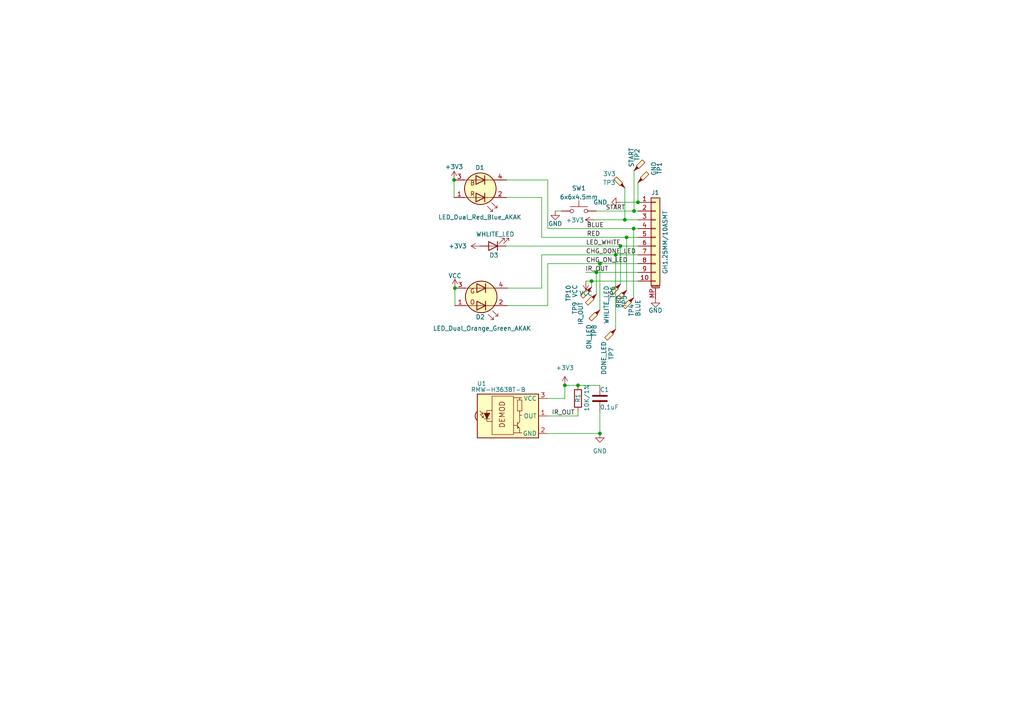
<source format=kicad_sch>
(kicad_sch (version 20231120) (generator "eeschema") (generator_version "8.0")
  (paper "A4")
  (title_block (title "EHDS-01-LED") (date "2022-11-16") (rev "V0.1"))
  (lib_symbols
    (symbol "Connector:TestPoint_Probe" (pin_numbers hide) (pin_names (offset 0.762) hide)
      (property "Reference" "TP" (at 1.651 5.842 0))
      (property "Value" "TestPoint_Probe" (at 1.651 4.064 0))
      (symbol "TestPoint_Probe_0_1"
        (polyline (pts (xy 1.27 0.762) (xy 0 0) (xy 0.762 1.27) (xy 1.27 0.762)) (fill (type outline)))
        (polyline (pts (xy 1.397 0.635) (xy 0.635 1.397) (xy 2.413 3.175) (xy 3.175 2.413) (xy 1.397 0.635)) (fill (type background)))
      )
      (symbol "TestPoint_Probe_1_1"
        (pin passive line (at 0 0 90) (length 0) (name "1") (number "1"))
      )
    )
    (symbol "Connector_Generic_MountingPin:Conn_01x10_MountingPin" (pin_names (offset 1.016) hide)
      (property "Reference" "J" (at 0 12.7 0))
      (property "Value" "Conn_01x10_MountingPin" (at 1.27 -15.24 0))
      (symbol "Conn_01x10_MountingPin_1_1"
        (rectangle (start -1.27 -12.573) (end 0 -12.827) (stroke (width 0.1524)))
        (rectangle (start -1.27 -10.033) (end 0 -10.287) (stroke (width 0.1524)))
        (rectangle (start -1.27 -7.493) (end 0 -7.747) (stroke (width 0.1524)))
        (rectangle (start -1.27 -4.953) (end 0 -5.207) (stroke (width 0.1524)))
        (rectangle (start -1.27 -2.413) (end 0 -2.667) (stroke (width 0.1524)))
        (rectangle (start -1.27 0.127) (end 0 -0.127) (stroke (width 0.1524)))
        (rectangle (start -1.27 2.667) (end 0 2.413) (stroke (width 0.1524)))
        (rectangle (start -1.27 5.207) (end 0 4.953) (stroke (width 0.1524)))
        (rectangle (start -1.27 7.747) (end 0 7.493) (stroke (width 0.1524)))
        (rectangle (start -1.27 10.287) (end 0 10.033) (stroke (width 0.1524)))
        (rectangle (start -1.27 11.43) (end 1.27 -13.97) (stroke (width 0.254)) (fill (type background)))
        (polyline (pts (xy -1.016 -14.732) (xy 1.016 -14.732)) (stroke (width 0.1524)))
        (text "Mounting" (at 0 -14.351 0) (effects (font (size 0.381 0.381))))
        (pin passive line (at -5.08 10.16 0) (length 3.81) (name "Pin_1") (number "1"))
        (pin passive line (at -5.08 -12.7 0) (length 3.81) (name "Pin_10") (number "10"))
        (pin passive line (at -5.08 7.62 0) (length 3.81) (name "Pin_2") (number "2"))
        (pin passive line (at -5.08 5.08 0) (length 3.81) (name "Pin_3") (number "3"))
        (pin passive line (at -5.08 2.54 0) (length 3.81) (name "Pin_4") (number "4"))
        (pin passive line (at -5.08 0 0) (length 3.81) (name "Pin_5") (number "5"))
        (pin passive line (at -5.08 -2.54 0) (length 3.81) (name "Pin_6") (number "6"))
        (pin passive line (at -5.08 -5.08 0) (length 3.81) (name "Pin_7") (number "7"))
        (pin passive line (at -5.08 -7.62 0) (length 3.81) (name "Pin_8") (number "8"))
        (pin passive line (at -5.08 -10.16 0) (length 3.81) (name "Pin_9") (number "9"))
        (pin passive line (at 0 -17.78 90) (length 3.048) (name "MountPin") (number "MP"))
      )
    )
    (symbol "Device:C" (pin_numbers hide) (pin_names (offset 0.254))
      (property "Reference" "C" (at 0.635 2.54 0))
      (property "Value" "C" (at 0.635 -2.54 0))
      (symbol "C_0_1"
        (polyline (pts (xy -2.032 -0.762) (xy 2.032 -0.762)) (stroke (width 0.508)))
        (polyline (pts (xy -2.032 0.762) (xy 2.032 0.762)) (stroke (width 0.508)))
      )
      (symbol "C_1_1"
        (pin passive line (at 0 3.81 270) (length 2.794) (name "~") (number "1"))
        (pin passive line (at 0 -3.81 90) (length 2.794) (name "~") (number "2"))
      )
    )
    (symbol "Device:LED" (pin_numbers hide) (pin_names (offset 1.016) hide)
      (property "Reference" "D" (at 0 2.54 0))
      (property "Value" "LED" (at 0 -2.54 0))
      (symbol "LED_0_1"
        (polyline (pts (xy -1.27 -1.27) (xy -1.27 1.27)) (stroke (width 0.254)))
        (polyline (pts (xy -1.27 0) (xy 1.27 0)))
        (polyline (pts (xy 1.27 -1.27) (xy 1.27 1.27) (xy -1.27 0) (xy 1.27 -1.27)) (stroke (width 0.254)))
        (polyline (pts (xy -3.048 -0.762) (xy -4.572 -2.286) (xy -3.81 -2.286) (xy -4.572 -2.286) (xy -4.572 -1.524)))
        (polyline (pts (xy -1.778 -0.762) (xy -3.302 -2.286) (xy -2.54 -2.286) (xy -3.302 -2.286) (xy -3.302 -1.524)))
      )
      (symbol "LED_1_1"
        (pin passive line (at -3.81 0 0) (length 2.54) (name "K") (number "1"))
        (pin passive line (at 3.81 0 180) (length 2.54) (name "A") (number "2"))
      )
    )
    (symbol "Device:R" (pin_numbers hide) (pin_names (offset 0))
      (property "Reference" "R" (at 2.032 0 90))
      (property "Value" "R" (at 0 0 90))
      (symbol "R_0_1"
        (rectangle (start -1.016 -2.54) (end 1.016 2.54) (stroke (width 0.254)))
      )
      (symbol "R_1_1"
        (pin passive line (at 0 3.81 270) (length 1.27) (name "~") (number "1"))
        (pin passive line (at 0 -3.81 90) (length 1.27) (name "~") (number "2"))
      )
    )
    (symbol "Ovo_Device:LED_Dual_Orange_Green_AKAK" (pin_names (offset 0) hide)
      (property "Reference" "D3" (at -13.97 -6.35 0))
      (property "Value" "LED_Dual_Orange_Green_AKAK" (at 0 -6.35 0))
      (symbol "LED_Dual_Orange_Green_AKAK_0_0"
        (text "G" (at -2.54 -1.651 0) (effects (font (size 1.27 1.27))))
        (text "O" (at -2.54 1.524 0) (effects (font (size 1.27 1.27))))
      )
      (symbol "LED_Dual_Orange_Green_AKAK_0_1"
        (polyline (pts (xy -5.08 -2.54) (xy 2.032 -2.54)))
        (polyline (pts (xy -5.08 2.54) (xy 2.032 2.54)))
        (polyline (pts (xy 1.27 -1.27) (xy 1.27 -3.81)) (stroke (width 0.254)))
        (polyline (pts (xy 1.27 3.81) (xy 1.27 1.27)) (stroke (width 0.254)))
        (polyline (pts (xy 3.81 -2.54) (xy 1.905 -2.54)))
        (polyline (pts (xy 3.81 2.54) (xy 1.905 2.54)))
        (polyline (pts (xy -1.27 -1.27) (xy -1.27 -3.81) (xy 1.27 -2.54) (xy -1.27 -1.27)) (stroke (width 0.254)))
        (polyline (pts (xy -1.27 3.81) (xy -1.27 1.27) (xy 1.27 2.54) (xy -1.27 3.81)) (stroke (width 0.254)))
        (polyline (pts (xy 2.032 5.08) (xy 3.556 6.604) (xy 2.794 6.604) (xy 3.556 6.604) (xy 3.556 5.842)))
        (polyline (pts (xy 3.302 4.064) (xy 4.826 5.588) (xy 4.064 5.588) (xy 4.826 5.588) (xy 4.826 4.826)))
        (circle (center 0 0) (radius 4.572) (stroke (width 0.254)) (fill (type background)))
      )
      (symbol "LED_Dual_Orange_Green_AKAK_1_1"
        (pin input line (at -7.62 2.54 0) (length 3.048) (name "A1") (number "1"))
        (pin input line (at 7.62 2.54 180) (length 3.81) (name "K1") (number "2"))
        (pin input line (at -7.62 -2.54 0) (length 3.048) (name "A2") (number "3"))
        (pin input line (at 7.62 -2.54 180) (length 3.81) (name "K2") (number "4"))
      )
    )
    (symbol "Ovo_Device:LED_Dual_Red_Blue_AKAK" (pin_names (offset 0) hide)
      (property "Reference" "D2" (at -11.43 -5.08 0))
      (property "Value" "LED_Dual_Red_Blue_AKAK" (at 0 -5.08 0))
      (symbol "LED_Dual_Red_Blue_AKAK_0_0"
        (text "B" (at -2.286 -1.651 0) (effects (font (size 1.27 1.27))))
        (text "R" (at -2.286 1.524 0) (effects (font (size 1.27 1.27))))
      )
      (symbol "LED_Dual_Red_Blue_AKAK_0_1"
        (polyline (pts (xy -5.08 -2.54) (xy 2.032 -2.54)))
        (polyline (pts (xy -5.08 2.54) (xy 2.032 2.54)))
        (polyline (pts (xy 1.27 -1.27) (xy 1.27 -3.81)) (stroke (width 0.254)))
        (polyline (pts (xy 1.27 3.81) (xy 1.27 1.27)) (stroke (width 0.254)))
        (polyline (pts (xy 3.81 -2.54) (xy 1.905 -2.54)))
        (polyline (pts (xy 3.81 2.54) (xy 1.905 2.54)))
        (polyline (pts (xy -1.27 -1.27) (xy -1.27 -3.81) (xy 1.27 -2.54) (xy -1.27 -1.27)) (stroke (width 0.254)))
        (polyline (pts (xy -1.27 3.81) (xy -1.27 1.27) (xy 1.27 2.54) (xy -1.27 3.81)) (stroke (width 0.254)))
        (polyline (pts (xy 2.032 5.08) (xy 3.556 6.604) (xy 2.794 6.604) (xy 3.556 6.604) (xy 3.556 5.842)))
        (polyline (pts (xy 3.302 4.064) (xy 4.826 5.588) (xy 4.064 5.588) (xy 4.826 5.588) (xy 4.826 4.826)))
        (circle (center 0 0) (radius 4.572) (stroke (width 0.254)) (fill (type background)))
      )
      (symbol "LED_Dual_Red_Blue_AKAK_1_1"
        (pin input line (at -7.62 2.54 0) (length 3.048) (name "A1") (number "1"))
        (pin input line (at 7.62 2.54 180) (length 3.81) (name "K1") (number "2"))
        (pin input line (at -7.62 -2.54 0) (length 3.048) (name "A2") (number "3"))
        (pin input line (at 7.62 -2.54 180) (length 3.81) (name "K2") (number "4"))
      )
    )
    (symbol "Ovo_Interface_Optical:IRM-H3638T"
      (property "Reference" "U" (at 0 0 0))
      (property "Value" "IRM-H3638T" (at 0 -8.89 0))
      (symbol "IRM-H3638T_0_0"
        (arc (start -8.89 1.27) (mid -9.5191 0) (end -8.89 -1.27) (stroke (width 0.254)) (fill (type background)))
        (polyline (pts (xy 3.4041 -4.8895) (xy 1.6261 -4.8895)))
        (polyline (pts (xy 3.4041 5.2705) (xy 1.6261 5.2705)))
        (text "DEMOD" (at -1.6759 0.4445 900) (effects (font (size 1.524 1.524))))
      )
      (symbol "IRM-H3638T_0_1"
        (rectangle (start -8.89 6.35) (end 8.89 -6.35) (stroke (width 0.254)) (fill (type background)))
        (rectangle (start -4.5969 5.7785) (end 1.6261 -5.3975))
        (polyline (pts (xy -7.2639 0.5715) (xy -8.1529 1.4605)))
        (polyline (pts (xy -7.2639 0.5715) (xy -7.7719 0.5715)))
        (polyline (pts (xy -7.2639 0.5715) (xy -7.2639 1.0795)))
        (polyline (pts (xy -7.1369 -0.4445) (xy -8.0259 0.4445)))
        (polyline (pts (xy -7.1369 -0.4445) (xy -7.6449 -0.4445)))
        (polyline (pts (xy -7.1369 -0.4445) (xy -7.1369 0.0635)))
        (polyline (pts (xy -6.8829 -0.8255) (xy -5.2319 -0.8255)))
        (polyline (pts (xy 2.7691 -2.7305) (xy 1.6261 -2.7305)))
        (polyline (pts (xy 2.7691 -1.7145) (xy 2.7691 -3.6195)))
        (polyline (pts (xy 2.8961 -3.3655) (xy 3.0231 -3.3655)))
        (polyline (pts (xy 3.1501 -3.3655) (xy 3.0231 -3.3655)))
        (polyline (pts (xy 3.1501 -3.3655) (xy 3.1501 -3.1115)))
        (polyline (pts (xy 3.4041 0.1905) (xy 3.4041 1.4605)))
        (polyline (pts (xy 3.4041 4.6355) (xy 3.4041 5.2705) (xy 4.0391 5.2705)))
        (polyline (pts (xy -6.8829 0.8255) (xy -5.2319 0.8255) (xy -6.1209 -0.8255) (xy -6.8829 0.8255)) (fill (type outline)))
        (polyline (pts (xy -4.5969 1.5875) (xy -6.1209 1.5875) (xy -6.1209 -1.5875) (xy -4.5969 -1.5875)))
        (polyline (pts (xy 2.7691 -2.9845) (xy 3.4041 -3.6195) (xy 3.4041 -4.8895) (xy 4.0391 -4.8895)))
        (polyline (pts (xy 2.7691 -2.3495) (xy 3.4041 -1.7145) (xy 3.4041 0.1905) (xy 4.0391 0.1905)))
        (rectangle (start 4.0391 1.4605) (end 2.7691 4.6355))
      )
      (symbol "IRM-H3638T_1_1"
        (pin output line (at 11.43 0 180) (length 2.54) (name "OUT") (number "1"))
        (pin power_in line (at 11.43 -5.08 180) (length 2.54) (name "GND") (number "2"))
        (pin power_in line (at 11.43 5.08 180) (length 2.54) (name "VCC") (number "3"))
      )
    )
    (symbol "Switch:SW_Push" (pin_numbers hide) (pin_names (offset 1.016) hide)
      (property "Reference" "SW" (at 1.27 2.54 0))
      (property "Value" "SW_Push" (at 0 -1.524 0))
      (symbol "SW_Push_0_1"
        (circle (center -2.032 0) (radius 0.508))
        (polyline (pts (xy 0 1.27) (xy 0 3.048)))
        (polyline (pts (xy 2.54 1.27) (xy -2.54 1.27)))
        (circle (center 2.032 0) (radius 0.508))
        (pin passive line (at -5.08 0 0) (length 2.54) (name "1") (number "1"))
        (pin passive line (at 5.08 0 180) (length 2.54) (name "2") (number "2"))
      )
    )
    (symbol "power:+3V3" (power) (pin_names (offset 0))
      (property "Value" "+3V3" (at 0 3.556 0))
      (symbol "+3V3_0_1"
        (polyline (pts (xy -0.762 1.27) (xy 0 2.54)))
        (polyline (pts (xy 0 0) (xy 0 2.54)))
        (polyline (pts (xy 0 2.54) (xy 0.762 1.27)))
      )
      (symbol "+3V3_1_1"
        (pin power_in line (at 0 0 90) (length 0) hide (name "+3V3") (number "1"))
      )
    )
    (symbol "power:GND" (power) (pin_names (offset 0))
      (property "Value" "GND" (at 0 -3.81 0))
      (symbol "GND_0_1"
        (polyline (pts (xy 0 0) (xy 0 -1.27) (xy 1.27 -1.27) (xy 0 -2.54) (xy -1.27 -1.27) (xy 0 -1.27)))
      )
      (symbol "GND_1_1"
        (pin power_in line (at 0 0 270) (length 0) hide (name "GND") (number "1"))
      )
    )
    (symbol "power:VCC" (power) (pin_names (offset 0))
      (property "Value" "VCC" (at 0 3.81 0))
      (symbol "VCC_0_1"
        (polyline (pts (xy -0.762 1.27) (xy 0 2.54)))
        (polyline (pts (xy 0 0) (xy 0 2.54)))
        (polyline (pts (xy 0 2.54) (xy 0.762 1.27)))
      )
      (symbol "VCC_1_1"
        (pin power_in line (at 0 0 90) (length 0) hide (name "VCC") (number "1"))
      )
    )
  )
  (junction (at 131.699 52.197))
  (junction (at 181.229 63.754))
  (junction (at 131.953 83.566))
  (junction (at 183.896 61.214))
  (junction (at 163.83 111.76))
  (junction (at 185.039 58.674))
  (junction (at 173.99 125.73))
  (junction (at 172.974 78.994))
  (junction (at 178.562 73.914))
  (junction (at 173.99 76.454))
  (junction (at 183.769 66.294))
  (junction (at 181.737 68.834))
  (junction (at 171.577 81.534))
  (junction (at 167.64 111.76))
  (junction (at 179.959 71.374))
  (wire (pts (xy 158.877 76.454) (xy 173.99 76.454)))
  (wire (pts (xy 178.562 95.504) (xy 178.562 73.914)))
  (wire (pts (xy 157.099 73.914) (xy 157.099 83.566)))
  (wire (pts (xy 163.83 115.57) (xy 158.75 115.57)))
  (wire (pts (xy 157.099 83.566) (xy 147.193 83.566)))
  (wire (pts (xy 158.877 66.294) (xy 158.877 52.197)))
  (wire (pts (xy 169.799 78.994) (xy 172.974 78.994)))
  (wire (pts (xy 157.099 57.277) (xy 146.939 57.277)))
  (wire (pts (xy 181.737 84.201) (xy 181.737 68.834)))
  (wire (pts (xy 173.99 125.73) (xy 173.99 119.38)))
  (wire (pts (xy 131.699 52.197) (xy 131.699 57.277)))
  (wire (pts (xy 171.577 83.312) (xy 171.577 81.534)))
  (wire (pts (xy 167.64 120.65) (xy 167.64 119.38)))
  (wire (pts (xy 179.959 71.374) (xy 179.959 82.423)))
  (wire (pts (xy 169.926 81.534) (xy 171.577 81.534)))
  (wire (pts (xy 173.99 76.454) (xy 185.039 76.454)))
  (wire (pts (xy 158.877 88.646) (xy 158.877 76.454)))
  (wire (pts (xy 158.877 66.294) (xy 183.769 66.294)))
  (wire (pts (xy 185.039 58.674) (xy 185.039 52.959)))
  (wire (pts (xy 146.939 52.197) (xy 158.877 52.197)))
  (wire (pts (xy 167.64 111.76) (xy 173.99 111.76)))
  (wire (pts (xy 178.562 73.914) (xy 185.039 73.914)))
  (wire (pts (xy 163.83 111.76) (xy 167.64 111.76)))
  (wire (pts (xy 179.959 58.674) (xy 185.039 58.674)))
  (wire (pts (xy 183.769 66.294) (xy 183.769 86.36)))
  (wire (pts (xy 147.193 88.646) (xy 158.877 88.646)))
  (wire (pts (xy 157.099 73.914) (xy 178.562 73.914)))
  (wire (pts (xy 179.959 71.374) (xy 185.039 71.374)))
  (wire (pts (xy 163.83 111.76) (xy 163.83 115.57)))
  (wire (pts (xy 172.339 63.754) (xy 181.229 63.754)))
  (wire (pts (xy 183.896 61.214) (xy 185.039 61.214)))
  (wire (pts (xy 181.229 54.483) (xy 181.229 63.754)))
  (wire (pts (xy 172.974 78.994) (xy 185.039 78.994)))
  (wire (pts (xy 146.812 71.374) (xy 179.959 71.374)))
  (wire (pts (xy 158.75 120.65) (xy 167.64 120.65)))
  (wire (pts (xy 158.75 125.73) (xy 173.99 125.73)))
  (wire (pts (xy 181.229 63.754) (xy 185.039 63.754)))
  (wire (pts (xy 162.814 61.214) (xy 161.036 61.214)))
  (wire (pts (xy 183.896 49.53) (xy 183.896 61.214)))
  (wire (pts (xy 181.737 68.834) (xy 185.039 68.834)))
  (wire (pts (xy 131.953 83.566) (xy 131.953 88.646)))
  (wire (pts (xy 171.577 81.534) (xy 185.039 81.534)))
  (wire (pts (xy 172.974 61.214) (xy 183.896 61.214)))
  (wire (pts (xy 173.99 89.916) (xy 173.99 76.454)))
  (wire (pts (xy 157.099 57.277) (xy 157.099 68.834)))
  (wire (pts (xy 157.099 68.834) (xy 181.737 68.834)))
  (wire (pts (xy 172.974 85.344) (xy 172.974 78.994)))
  (wire (pts (xy 183.769 66.294) (xy 185.039 66.294)))
  (label "IR_OUT" (at 160.02 120.65 0))
  (label "START" (at 175.641 61.214 0))
  (label "IR_OUT" (at 169.799 78.994 0))
  (label "CHG_DONE_LED" (at 169.926 73.914 0))
  (label "BLUE" (at 170.18 66.294 0))
  (label "CHG_ON_LED" (at 169.926 76.454 0))
  (label "RED" (at 170.18 68.834 0))
  (label "LED_WHITE" (at 169.926 71.374 0))
  (symbol (lib_id "Device:C") (at 173.99 115.57 0) (unit 1)
    (property "Reference" "C1" (at 173.99 113.03 0) (effects (justify left)))
    (property "Value" "0.1uF" (at 173.99 118.11 0) (effects (justify left)))
    (property "Footprint" "Capacitor_SMD:C_0603_1608Metric" (effects (hide yes)))
  )
  (symbol (lib_id "Connector:TestPoint_Probe") (at 178.562 95.504 180) (unit 1)
    (property "Reference" "TP7" (at 177.292 104.394 90) (effects (justify right)))
    (property "Value" "DONE_LED" (at 175.133 108.712 90) (effects (justify right)))
    (property "Footprint" "TestPoint:TestPoint_Pad_D1.0mm" (effects (hide yes)))
  )
  (symbol (lib_id "power:VCC") (at 169.926 81.534 180) (unit 1)
    (property "Reference" "#PWR05" (effects (hide yes)))
    (property "Value" "VCC" (at 169.926 85.09 0))
  )
  (symbol (lib_id "power:+3V3") (at 163.83 111.76 0) (unit 1)
    (property "Reference" "#PWR04" (effects (hide yes)))
    (property "Value" "+3V3" (at 163.83 106.68 0))
  )
  (symbol (lib_id "power:+3V3") (at 131.699 52.197 0) (unit 1)
    (property "Reference" "#PWR01" (effects (hide yes)))
    (property "Value" "+3V3" (at 131.699 48.387 0))
  )
  (symbol (lib_id "power:GND") (at 173.99 125.73 0) (unit 1)
    (property "Reference" "#PWR08" (effects (hide yes)))
    (property "Value" "GND" (at 173.99 130.81 0))
  )
  (symbol (lib_id "Connector:TestPoint_Probe") (at 181.229 54.483 90) (unit 1)
    (property "Reference" "TP3" (at 174.879 52.959 90) (effects (justify right)))
    (property "Value" "3V3" (at 174.879 50.419 90) (effects (justify right)))
    (property "Footprint" "TestPoint:TestPoint_Pad_D1.0mm" (effects (hide yes)))
  )
  (symbol (lib_id "power:+3V3") (at 139.192 71.374 90) (unit 1)
    (property "Reference" "#PWR03" (effects (hide yes)))
    (property "Value" "+3V3" (at 135.382 71.3739 90) (effects (justify left)))
  )
  (symbol (lib_id "Device:LED") (at 143.002 71.374 180) (unit 1)
    (property "Reference" "D3" (at 143.256 74.041 0))
    (property "Value" "WHLITE_LED" (at 143.637 67.945 0))
    (property "Footprint" "LED_SMD:LED_0603_1608Metric" (effects (hide yes)))
  )
  (symbol (lib_id "Device:R") (at 167.64 115.57 0) (unit 1)
    (property "Reference" "R1" (at 167.64 116.84 90) (effects (justify left)))
    (property "Value" "10K/1%" (at 170.18 119.38 90) (effects (justify left)))
    (property "Footprint" "Resistor_SMD:R_0603_1608Metric" (effects (hide yes)))
  )
  (symbol (lib_id "Connector:TestPoint_Probe") (at 172.974 85.344 180) (unit 1)
    (property "Reference" "TP9" (at 166.751 91.186 90) (effects (justify right)))
    (property "Value" "IR_OUT" (at 168.402 94.234 90) (effects (justify right)))
    (property "Footprint" "TestPoint:TestPoint_Pad_D1.0mm" (effects (hide yes)))
  )
  (symbol (lib_id "power:GND") (at 179.959 58.674 270) (unit 1)
    (property "Reference" "#PWR09" (effects (hide yes)))
    (property "Value" "GND" (at 176.149 58.6739 90) (effects (justify right)))
  )
  (symbol (lib_id "power:GND") (at 161.036 61.214 0) (unit 1)
    (property "Reference" "#PWR07" (effects (hide yes)))
    (property "Value" "GND" (at 161.036 64.897 0))
  )
  (symbol (lib_id "Ovo_Device:LED_Dual_Red_Blue_AKAK") (at 139.319 54.737 0) (mirror x) (unit 1)
    (property "Reference" "D1" (at 139.192 48.641 0))
    (property "Value" "LED_Dual_Red_Blue_AKAK" (at 139.192 62.992 0))
    (property "Footprint" "Ovo_LED_SMD:LED_Dual_1.6x1.5mm" (effects (hide yes)))
  )
  (symbol (lib_id "Ovo_Device:LED_Dual_Orange_Green_AKAK") (at 139.573 86.106 0) (mirror x) (unit 1)
    (property "Reference" "D2" (at 139.319 91.948 0))
    (property "Value" "LED_Dual_Orange_Green_AKAK" (at 139.827 95.25 0))
    (property "Footprint" "Ovo_LED_SMD:LED_Dual_1.6x1.5mm" (effects (hide yes)))
  )
  (symbol (lib_id "Switch:SW_Push") (at 167.894 61.214 0) (unit 1)
    (property "Reference" "SW1" (at 167.894 54.61 0))
    (property "Value" "6x6x4.5mm" (at 167.894 57.15 0))
    (property "Footprint" "Ovo_Button_Switch_SMD:SW_Push_1P1T_NO_6x6mm_H4.5mm" (effects (hide yes)))
  )
  (symbol (lib_id "Connector:TestPoint_Probe") (at 183.896 49.53 0) (unit 1)
    (property "Reference" "TP2" (at 184.785 43.053 90) (effects (justify right)))
    (property "Value" "START" (at 183.134 42.799 90) (effects (justify right)))
    (property "Footprint" "TestPoint:TestPoint_Pad_D1.0mm" (effects (hide yes)))
  )
  (symbol (lib_id "Connector:TestPoint_Probe") (at 173.99 89.916 180) (unit 1)
    (property "Reference" "TP8" (at 172.339 97.79 90) (effects (justify right)))
    (property "Value" "ON_LED" (at 170.815 101.346 90) (effects (justify right)))
    (property "Footprint" "TestPoint:TestPoint_Pad_D1.0mm" (effects (hide yes)))
  )
  (symbol (lib_id "Connector:TestPoint_Probe") (at 179.959 82.423 180) (unit 1)
    (property "Reference" "TP6" (at 177.673 86.614 90) (effects (justify right)))
    (property "Value" "WHLITE_LED" (at 175.895 93.98 90) (effects (justify right)))
    (property "Footprint" "TestPoint:TestPoint_Pad_D1.0mm" (effects (hide yes)))
  )
  (symbol (lib_id "Connector:TestPoint_Probe") (at 183.769 86.36 180) (unit 1)
    (property "Reference" "TP4" (at 183.134 91.821 90) (effects (justify right)))
    (property "Value" "BLUE" (at 185.039 91.821 90) (effects (justify right)))
    (property "Footprint" "TestPoint:TestPoint_Pad_D1.0mm" (effects (hide yes)))
  )
  (symbol (lib_id "Connector:TestPoint_Probe") (at 171.577 83.312 180) (unit 1)
    (property "Reference" "TP10" (at 164.846 87.503 90) (effects (justify right)))
    (property "Value" "VCC" (at 166.751 86.36 90) (effects (justify right)))
    (property "Footprint" "TestPoint:TestPoint_Pad_D1.0mm" (effects (hide yes)))
  )
  (symbol (lib_id "power:GND") (at 190.119 86.614 0) (unit 1)
    (property "Reference" "#PWR010" (effects (hide yes)))
    (property "Value" "GND" (at 192.151 90.043 0) (effects (justify right)))
  )
  (symbol (lib_id "power:VCC") (at 131.953 83.566 0) (unit 1)
    (property "Reference" "#PWR02" (effects (hide yes)))
    (property "Value" "VCC" (at 131.953 80.01 0))
  )
  (symbol (lib_id "Ovo_Interface_Optical:IRM-H3638T") (at 147.32 120.65 0) (unit 1)
    (property "Reference" "U1" (at 139.7 111.252 0))
    (property "Value" "RMW-H3638T-B" (at 144.526 113.03 0))
    (property "Footprint" "Ovo_OptoDevice:Everlight_IRM-3640CF45" (effects (hide yes)))
    (property "Description" "IR Receiver Modules for Remote Control Systems" (effects (hide yes)))
  )
  (symbol (lib_id "Connector:TestPoint_Probe") (at 181.737 84.201 180) (unit 1)
    (property "Reference" "TP5" (at 181.102 89.281 90) (effects (justify right)))
    (property "Value" "RED" (at 179.451 89.408 90) (effects (justify right)))
    (property "Footprint" "TestPoint:TestPoint_Pad_D1.0mm" (effects (hide yes)))
  )
  (symbol (lib_id "Connector_Generic_MountingPin:Conn_01x10_MountingPin") (at 190.119 68.834 0) (unit 1)
    (property "Reference" "J1" (at 188.849 55.88 0) (effects (justify left)))
    (property "Value" "GH1.25MM/10ASMT" (at 192.913 79.502 90) (effects (justify left)))
    (property "Footprint" "Connector_JST:JST_GH_BM10B-GHS-TBT_1x10-1MP_P1.25mm_Vertical" (effects (hide yes)))
  )
  (symbol (lib_id "power:+3V3") (at 172.339 63.754 90) (unit 1)
    (property "Reference" "#PWR06" (effects (hide yes)))
    (property "Value" "+3V3" (at 169.418 63.881 90) (effects (justify left)))
  )
  (symbol (lib_id "Connector:TestPoint_Probe") (at 185.039 52.959 0) (unit 1)
    (property "Reference" "TP1" (at 191.262 46.99 90) (effects (justify right)))
    (property "Value" "GND" (at 189.611 46.863 90) (effects (justify right)))
    (property "Footprint" "TestPoint:TestPoint_Pad_D1.0mm" (effects (hide yes)))
  )
)
</source>
